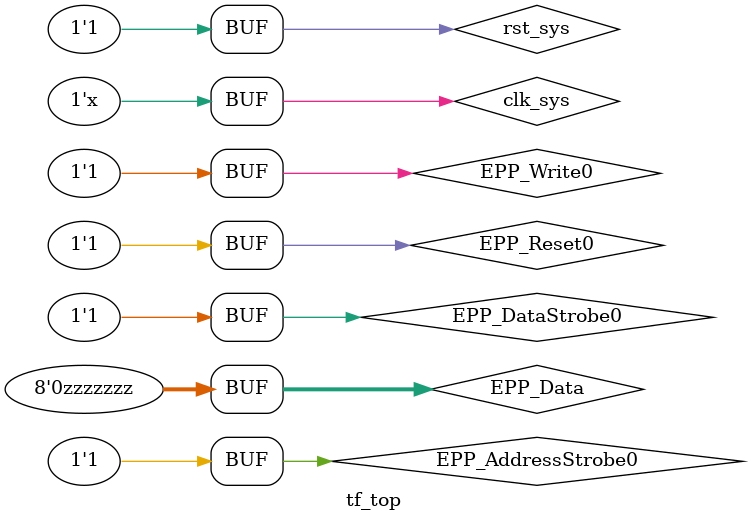
<source format=v>
`timescale 1ns / 1ps



module tf_top;

// Inputs
reg clk_sys;
reg rst_sys;
reg EPP_Write0;
reg EPP_DataStrobe0;
reg EPP_Reset0;
reg EPP_AddressStrobe0;

// Outputs
wire EPP_Interrupt;
wire EPP_Wait;
wire led1;
wire led2;

// Bidirs
wire [7:0] EPP_Data;
   
//other simulation variables
reg [7:0] input_data; 
integer file;
reg     [7:0]   data_img[262144:0];

parameter   CLOCK_FRAME = 10;

initial begin
	// Initialize Inputs
	clk_sys = 0;
	rst_sys = 0;
	EPP_Write0 = 0;
	EPP_DataStrobe0 = 0;
	EPP_Reset0 = 0;
	EPP_AddressStrobe0 = 0;
       
	// Wait for global reset to finish
	#10000
	rst_sys=1;
    EPP_Reset0 = 1;
    EPP_DataStrobe0 = 0;
    EPP_AddressStrobe0 = 1;
    EPP_Write0 = 1;
       
    //file = $fopen("E:/chip design competition/IMAGE/resu.txt","w");
    //$readmemh("E:/chip design competition/IMAGE/5.txt",data_img);
    
    #10000
    EPP_DataStrobe0 = 0;
    EPP_AddressStrobe0 = 1;
    EPP_Write0 = 0;
    
    #10000
    EPP_DataStrobe0 = 1;
    EPP_AddressStrobe0 = 0;
    EPP_Write0 = 1;
    
    #10000
    EPP_DataStrobe0 = 1;
    EPP_AddressStrobe0 = 0;
    EPP_Write0 = 0;
    
    #10000
    EPP_DataStrobe0 = 0;
    EPP_AddressStrobe0 = 0;
    EPP_Write0 = 0;
    
    #10000
    EPP_DataStrobe0 = 0;
    EPP_AddressStrobe0 = 0;
    EPP_Write0 = 1;
    
    #10000
    EPP_DataStrobe0 = 1;
    EPP_AddressStrobe0 = 1;
    EPP_Write0 = 0;
    
    #10000
    EPP_DataStrobe0 = 1;
    EPP_AddressStrobe0 = 1;
    EPP_Write0 = 1;
    
end

always #CLOCK_FRAME clk_sys=~clk_sys;

task    import_img_data();
    integer k;
    begin    
        for(k=0; k<262144; k=k+1)
            begin
                input_data = data_img[k];    
                # CLOCK_FRAME;
                # CLOCK_FRAME;
            end
    end    
endtask 

assign EPP_Data = (EPP_DataStrobe0==0 && EPP_Write0==0) ? input_data : 7'bzzzzzzz;

// Instantiate the Unit Under Test (UUT)
	sift_top uut (
		.clk_sys(clk_sys), 
		.rst_sys(rst_sys), 
		.EPP_Write0(EPP_Write0), 
		.EPP_DataStrobe0(EPP_DataStrobe0), 
		.EPP_Reset0(EPP_Reset0), 
		.EPP_AddressStrobe0(EPP_AddressStrobe0), 
		.EPP_Data(EPP_Data), 
		.EPP_Interrupt(EPP_Interrupt), 
		.EPP_Wait(EPP_Wait), 
		.led1(led1), 
		.led2(led2)
	);
 
endmodule


</source>
